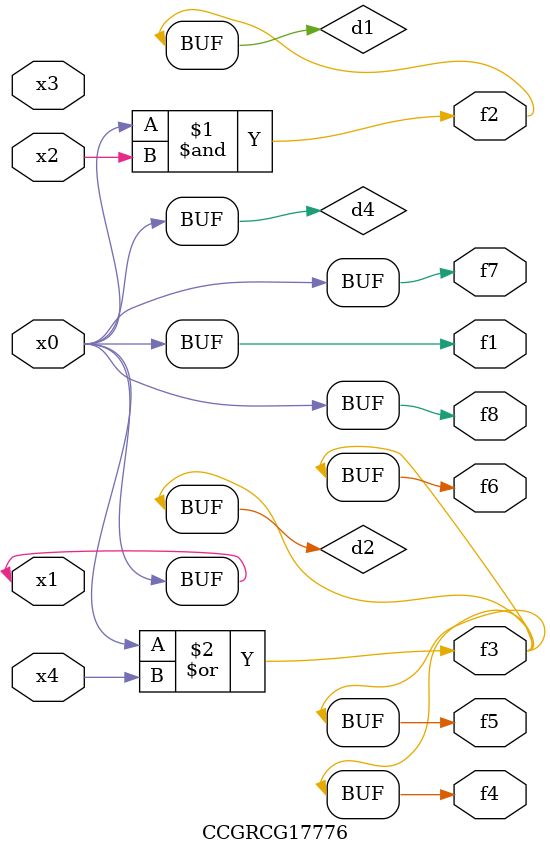
<source format=v>
module CCGRCG17776(
	input x0, x1, x2, x3, x4,
	output f1, f2, f3, f4, f5, f6, f7, f8
);

	wire d1, d2, d3, d4;

	and (d1, x0, x2);
	or (d2, x0, x4);
	nand (d3, x0, x2);
	buf (d4, x0, x1);
	assign f1 = d4;
	assign f2 = d1;
	assign f3 = d2;
	assign f4 = d2;
	assign f5 = d2;
	assign f6 = d2;
	assign f7 = d4;
	assign f8 = d4;
endmodule

</source>
